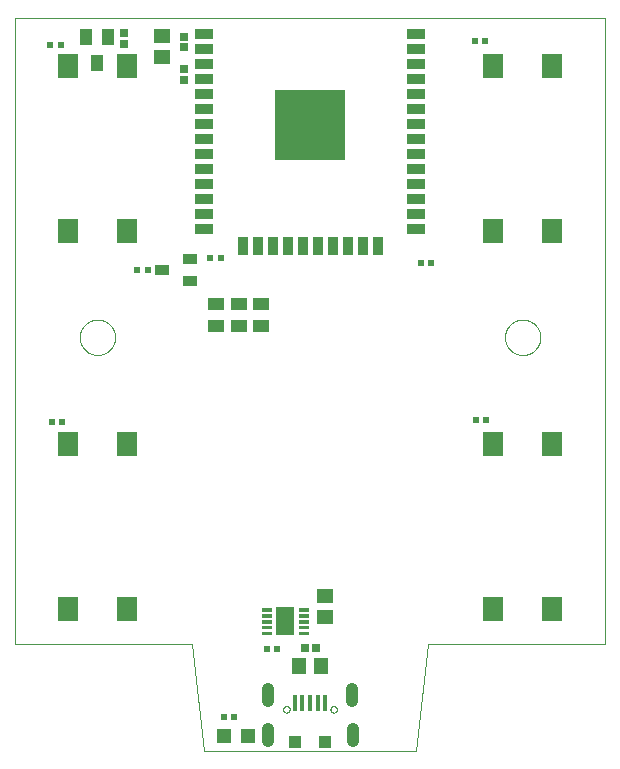
<source format=gtp>
G75*
%MOIN*%
%OFA0B0*%
%FSLAX25Y25*%
%IPPOS*%
%LPD*%
%AMOC8*
5,1,8,0,0,1.08239X$1,22.5*
%
%ADD10C,0.00000*%
%ADD11R,0.04528X0.05709*%
%ADD12R,0.02559X0.02559*%
%ADD13R,0.05709X0.04528*%
%ADD14R,0.06496X0.09370*%
%ADD15C,0.00295*%
%ADD16R,0.03937X0.05512*%
%ADD17R,0.01575X0.05512*%
%ADD18R,0.03937X0.04331*%
%ADD19C,0.03937*%
%ADD20R,0.04724X0.04724*%
%ADD21R,0.04724X0.03543*%
%ADD22R,0.02362X0.02362*%
%ADD23R,0.05512X0.04134*%
%ADD24R,0.07087X0.07874*%
%ADD25R,0.05906X0.03543*%
%ADD26R,0.03543X0.05906*%
%ADD27R,0.23622X0.23622*%
D10*
X0041330Y0043060D02*
X0100385Y0043060D01*
X0104322Y0007627D01*
X0175188Y0007627D01*
X0179125Y0043060D01*
X0238180Y0043060D01*
X0238180Y0251722D01*
X0041330Y0251722D01*
X0041330Y0043060D01*
X0062983Y0145423D02*
X0062985Y0145576D01*
X0062991Y0145730D01*
X0063001Y0145883D01*
X0063015Y0146035D01*
X0063033Y0146188D01*
X0063055Y0146339D01*
X0063080Y0146490D01*
X0063110Y0146641D01*
X0063144Y0146791D01*
X0063181Y0146939D01*
X0063222Y0147087D01*
X0063267Y0147233D01*
X0063316Y0147379D01*
X0063369Y0147523D01*
X0063425Y0147665D01*
X0063485Y0147806D01*
X0063549Y0147946D01*
X0063616Y0148084D01*
X0063687Y0148220D01*
X0063762Y0148354D01*
X0063839Y0148486D01*
X0063921Y0148616D01*
X0064005Y0148744D01*
X0064093Y0148870D01*
X0064184Y0148993D01*
X0064278Y0149114D01*
X0064376Y0149232D01*
X0064476Y0149348D01*
X0064580Y0149461D01*
X0064686Y0149572D01*
X0064795Y0149680D01*
X0064907Y0149785D01*
X0065021Y0149886D01*
X0065139Y0149985D01*
X0065258Y0150081D01*
X0065380Y0150174D01*
X0065505Y0150263D01*
X0065632Y0150350D01*
X0065761Y0150432D01*
X0065892Y0150512D01*
X0066025Y0150588D01*
X0066160Y0150661D01*
X0066297Y0150730D01*
X0066436Y0150795D01*
X0066576Y0150857D01*
X0066718Y0150915D01*
X0066861Y0150970D01*
X0067006Y0151021D01*
X0067152Y0151068D01*
X0067299Y0151111D01*
X0067447Y0151150D01*
X0067596Y0151186D01*
X0067746Y0151217D01*
X0067897Y0151245D01*
X0068048Y0151269D01*
X0068201Y0151289D01*
X0068353Y0151305D01*
X0068506Y0151317D01*
X0068659Y0151325D01*
X0068812Y0151329D01*
X0068966Y0151329D01*
X0069119Y0151325D01*
X0069272Y0151317D01*
X0069425Y0151305D01*
X0069577Y0151289D01*
X0069730Y0151269D01*
X0069881Y0151245D01*
X0070032Y0151217D01*
X0070182Y0151186D01*
X0070331Y0151150D01*
X0070479Y0151111D01*
X0070626Y0151068D01*
X0070772Y0151021D01*
X0070917Y0150970D01*
X0071060Y0150915D01*
X0071202Y0150857D01*
X0071342Y0150795D01*
X0071481Y0150730D01*
X0071618Y0150661D01*
X0071753Y0150588D01*
X0071886Y0150512D01*
X0072017Y0150432D01*
X0072146Y0150350D01*
X0072273Y0150263D01*
X0072398Y0150174D01*
X0072520Y0150081D01*
X0072639Y0149985D01*
X0072757Y0149886D01*
X0072871Y0149785D01*
X0072983Y0149680D01*
X0073092Y0149572D01*
X0073198Y0149461D01*
X0073302Y0149348D01*
X0073402Y0149232D01*
X0073500Y0149114D01*
X0073594Y0148993D01*
X0073685Y0148870D01*
X0073773Y0148744D01*
X0073857Y0148616D01*
X0073939Y0148486D01*
X0074016Y0148354D01*
X0074091Y0148220D01*
X0074162Y0148084D01*
X0074229Y0147946D01*
X0074293Y0147806D01*
X0074353Y0147665D01*
X0074409Y0147523D01*
X0074462Y0147379D01*
X0074511Y0147233D01*
X0074556Y0147087D01*
X0074597Y0146939D01*
X0074634Y0146791D01*
X0074668Y0146641D01*
X0074698Y0146490D01*
X0074723Y0146339D01*
X0074745Y0146188D01*
X0074763Y0146035D01*
X0074777Y0145883D01*
X0074787Y0145730D01*
X0074793Y0145576D01*
X0074795Y0145423D01*
X0074793Y0145270D01*
X0074787Y0145116D01*
X0074777Y0144963D01*
X0074763Y0144811D01*
X0074745Y0144658D01*
X0074723Y0144507D01*
X0074698Y0144356D01*
X0074668Y0144205D01*
X0074634Y0144055D01*
X0074597Y0143907D01*
X0074556Y0143759D01*
X0074511Y0143613D01*
X0074462Y0143467D01*
X0074409Y0143323D01*
X0074353Y0143181D01*
X0074293Y0143040D01*
X0074229Y0142900D01*
X0074162Y0142762D01*
X0074091Y0142626D01*
X0074016Y0142492D01*
X0073939Y0142360D01*
X0073857Y0142230D01*
X0073773Y0142102D01*
X0073685Y0141976D01*
X0073594Y0141853D01*
X0073500Y0141732D01*
X0073402Y0141614D01*
X0073302Y0141498D01*
X0073198Y0141385D01*
X0073092Y0141274D01*
X0072983Y0141166D01*
X0072871Y0141061D01*
X0072757Y0140960D01*
X0072639Y0140861D01*
X0072520Y0140765D01*
X0072398Y0140672D01*
X0072273Y0140583D01*
X0072146Y0140496D01*
X0072017Y0140414D01*
X0071886Y0140334D01*
X0071753Y0140258D01*
X0071618Y0140185D01*
X0071481Y0140116D01*
X0071342Y0140051D01*
X0071202Y0139989D01*
X0071060Y0139931D01*
X0070917Y0139876D01*
X0070772Y0139825D01*
X0070626Y0139778D01*
X0070479Y0139735D01*
X0070331Y0139696D01*
X0070182Y0139660D01*
X0070032Y0139629D01*
X0069881Y0139601D01*
X0069730Y0139577D01*
X0069577Y0139557D01*
X0069425Y0139541D01*
X0069272Y0139529D01*
X0069119Y0139521D01*
X0068966Y0139517D01*
X0068812Y0139517D01*
X0068659Y0139521D01*
X0068506Y0139529D01*
X0068353Y0139541D01*
X0068201Y0139557D01*
X0068048Y0139577D01*
X0067897Y0139601D01*
X0067746Y0139629D01*
X0067596Y0139660D01*
X0067447Y0139696D01*
X0067299Y0139735D01*
X0067152Y0139778D01*
X0067006Y0139825D01*
X0066861Y0139876D01*
X0066718Y0139931D01*
X0066576Y0139989D01*
X0066436Y0140051D01*
X0066297Y0140116D01*
X0066160Y0140185D01*
X0066025Y0140258D01*
X0065892Y0140334D01*
X0065761Y0140414D01*
X0065632Y0140496D01*
X0065505Y0140583D01*
X0065380Y0140672D01*
X0065258Y0140765D01*
X0065139Y0140861D01*
X0065021Y0140960D01*
X0064907Y0141061D01*
X0064795Y0141166D01*
X0064686Y0141274D01*
X0064580Y0141385D01*
X0064476Y0141498D01*
X0064376Y0141614D01*
X0064278Y0141732D01*
X0064184Y0141853D01*
X0064093Y0141976D01*
X0064005Y0142102D01*
X0063921Y0142230D01*
X0063839Y0142360D01*
X0063762Y0142492D01*
X0063687Y0142626D01*
X0063616Y0142762D01*
X0063549Y0142900D01*
X0063485Y0143040D01*
X0063425Y0143181D01*
X0063369Y0143323D01*
X0063316Y0143467D01*
X0063267Y0143613D01*
X0063222Y0143759D01*
X0063181Y0143907D01*
X0063144Y0144055D01*
X0063110Y0144205D01*
X0063080Y0144356D01*
X0063055Y0144507D01*
X0063033Y0144658D01*
X0063015Y0144811D01*
X0063001Y0144963D01*
X0062991Y0145116D01*
X0062985Y0145270D01*
X0062983Y0145423D01*
X0130798Y0021407D02*
X0130800Y0021472D01*
X0130806Y0021538D01*
X0130816Y0021602D01*
X0130829Y0021666D01*
X0130847Y0021729D01*
X0130868Y0021791D01*
X0130893Y0021851D01*
X0130922Y0021910D01*
X0130954Y0021967D01*
X0130990Y0022022D01*
X0131028Y0022075D01*
X0131070Y0022125D01*
X0131115Y0022173D01*
X0131163Y0022218D01*
X0131213Y0022260D01*
X0131266Y0022298D01*
X0131321Y0022334D01*
X0131378Y0022366D01*
X0131437Y0022395D01*
X0131497Y0022420D01*
X0131559Y0022441D01*
X0131622Y0022459D01*
X0131686Y0022472D01*
X0131750Y0022482D01*
X0131816Y0022488D01*
X0131881Y0022490D01*
X0131946Y0022488D01*
X0132012Y0022482D01*
X0132076Y0022472D01*
X0132140Y0022459D01*
X0132203Y0022441D01*
X0132265Y0022420D01*
X0132325Y0022395D01*
X0132384Y0022366D01*
X0132441Y0022334D01*
X0132496Y0022298D01*
X0132549Y0022260D01*
X0132599Y0022218D01*
X0132647Y0022173D01*
X0132692Y0022125D01*
X0132734Y0022075D01*
X0132772Y0022022D01*
X0132808Y0021967D01*
X0132840Y0021910D01*
X0132869Y0021851D01*
X0132894Y0021791D01*
X0132915Y0021729D01*
X0132933Y0021666D01*
X0132946Y0021602D01*
X0132956Y0021538D01*
X0132962Y0021472D01*
X0132964Y0021407D01*
X0132962Y0021342D01*
X0132956Y0021276D01*
X0132946Y0021212D01*
X0132933Y0021148D01*
X0132915Y0021085D01*
X0132894Y0021023D01*
X0132869Y0020963D01*
X0132840Y0020904D01*
X0132808Y0020847D01*
X0132772Y0020792D01*
X0132734Y0020739D01*
X0132692Y0020689D01*
X0132647Y0020641D01*
X0132599Y0020596D01*
X0132549Y0020554D01*
X0132496Y0020516D01*
X0132441Y0020480D01*
X0132384Y0020448D01*
X0132325Y0020419D01*
X0132265Y0020394D01*
X0132203Y0020373D01*
X0132140Y0020355D01*
X0132076Y0020342D01*
X0132012Y0020332D01*
X0131946Y0020326D01*
X0131881Y0020324D01*
X0131816Y0020326D01*
X0131750Y0020332D01*
X0131686Y0020342D01*
X0131622Y0020355D01*
X0131559Y0020373D01*
X0131497Y0020394D01*
X0131437Y0020419D01*
X0131378Y0020448D01*
X0131321Y0020480D01*
X0131266Y0020516D01*
X0131213Y0020554D01*
X0131163Y0020596D01*
X0131115Y0020641D01*
X0131070Y0020689D01*
X0131028Y0020739D01*
X0130990Y0020792D01*
X0130954Y0020847D01*
X0130922Y0020904D01*
X0130893Y0020963D01*
X0130868Y0021023D01*
X0130847Y0021085D01*
X0130829Y0021148D01*
X0130816Y0021212D01*
X0130806Y0021276D01*
X0130800Y0021342D01*
X0130798Y0021407D01*
X0146546Y0021407D02*
X0146548Y0021472D01*
X0146554Y0021538D01*
X0146564Y0021602D01*
X0146577Y0021666D01*
X0146595Y0021729D01*
X0146616Y0021791D01*
X0146641Y0021851D01*
X0146670Y0021910D01*
X0146702Y0021967D01*
X0146738Y0022022D01*
X0146776Y0022075D01*
X0146818Y0022125D01*
X0146863Y0022173D01*
X0146911Y0022218D01*
X0146961Y0022260D01*
X0147014Y0022298D01*
X0147069Y0022334D01*
X0147126Y0022366D01*
X0147185Y0022395D01*
X0147245Y0022420D01*
X0147307Y0022441D01*
X0147370Y0022459D01*
X0147434Y0022472D01*
X0147498Y0022482D01*
X0147564Y0022488D01*
X0147629Y0022490D01*
X0147694Y0022488D01*
X0147760Y0022482D01*
X0147824Y0022472D01*
X0147888Y0022459D01*
X0147951Y0022441D01*
X0148013Y0022420D01*
X0148073Y0022395D01*
X0148132Y0022366D01*
X0148189Y0022334D01*
X0148244Y0022298D01*
X0148297Y0022260D01*
X0148347Y0022218D01*
X0148395Y0022173D01*
X0148440Y0022125D01*
X0148482Y0022075D01*
X0148520Y0022022D01*
X0148556Y0021967D01*
X0148588Y0021910D01*
X0148617Y0021851D01*
X0148642Y0021791D01*
X0148663Y0021729D01*
X0148681Y0021666D01*
X0148694Y0021602D01*
X0148704Y0021538D01*
X0148710Y0021472D01*
X0148712Y0021407D01*
X0148710Y0021342D01*
X0148704Y0021276D01*
X0148694Y0021212D01*
X0148681Y0021148D01*
X0148663Y0021085D01*
X0148642Y0021023D01*
X0148617Y0020963D01*
X0148588Y0020904D01*
X0148556Y0020847D01*
X0148520Y0020792D01*
X0148482Y0020739D01*
X0148440Y0020689D01*
X0148395Y0020641D01*
X0148347Y0020596D01*
X0148297Y0020554D01*
X0148244Y0020516D01*
X0148189Y0020480D01*
X0148132Y0020448D01*
X0148073Y0020419D01*
X0148013Y0020394D01*
X0147951Y0020373D01*
X0147888Y0020355D01*
X0147824Y0020342D01*
X0147760Y0020332D01*
X0147694Y0020326D01*
X0147629Y0020324D01*
X0147564Y0020326D01*
X0147498Y0020332D01*
X0147434Y0020342D01*
X0147370Y0020355D01*
X0147307Y0020373D01*
X0147245Y0020394D01*
X0147185Y0020419D01*
X0147126Y0020448D01*
X0147069Y0020480D01*
X0147014Y0020516D01*
X0146961Y0020554D01*
X0146911Y0020596D01*
X0146863Y0020641D01*
X0146818Y0020689D01*
X0146776Y0020739D01*
X0146738Y0020792D01*
X0146702Y0020847D01*
X0146670Y0020904D01*
X0146641Y0020963D01*
X0146616Y0021023D01*
X0146595Y0021085D01*
X0146577Y0021148D01*
X0146564Y0021212D01*
X0146554Y0021276D01*
X0146548Y0021342D01*
X0146546Y0021407D01*
X0204715Y0145423D02*
X0204717Y0145576D01*
X0204723Y0145730D01*
X0204733Y0145883D01*
X0204747Y0146035D01*
X0204765Y0146188D01*
X0204787Y0146339D01*
X0204812Y0146490D01*
X0204842Y0146641D01*
X0204876Y0146791D01*
X0204913Y0146939D01*
X0204954Y0147087D01*
X0204999Y0147233D01*
X0205048Y0147379D01*
X0205101Y0147523D01*
X0205157Y0147665D01*
X0205217Y0147806D01*
X0205281Y0147946D01*
X0205348Y0148084D01*
X0205419Y0148220D01*
X0205494Y0148354D01*
X0205571Y0148486D01*
X0205653Y0148616D01*
X0205737Y0148744D01*
X0205825Y0148870D01*
X0205916Y0148993D01*
X0206010Y0149114D01*
X0206108Y0149232D01*
X0206208Y0149348D01*
X0206312Y0149461D01*
X0206418Y0149572D01*
X0206527Y0149680D01*
X0206639Y0149785D01*
X0206753Y0149886D01*
X0206871Y0149985D01*
X0206990Y0150081D01*
X0207112Y0150174D01*
X0207237Y0150263D01*
X0207364Y0150350D01*
X0207493Y0150432D01*
X0207624Y0150512D01*
X0207757Y0150588D01*
X0207892Y0150661D01*
X0208029Y0150730D01*
X0208168Y0150795D01*
X0208308Y0150857D01*
X0208450Y0150915D01*
X0208593Y0150970D01*
X0208738Y0151021D01*
X0208884Y0151068D01*
X0209031Y0151111D01*
X0209179Y0151150D01*
X0209328Y0151186D01*
X0209478Y0151217D01*
X0209629Y0151245D01*
X0209780Y0151269D01*
X0209933Y0151289D01*
X0210085Y0151305D01*
X0210238Y0151317D01*
X0210391Y0151325D01*
X0210544Y0151329D01*
X0210698Y0151329D01*
X0210851Y0151325D01*
X0211004Y0151317D01*
X0211157Y0151305D01*
X0211309Y0151289D01*
X0211462Y0151269D01*
X0211613Y0151245D01*
X0211764Y0151217D01*
X0211914Y0151186D01*
X0212063Y0151150D01*
X0212211Y0151111D01*
X0212358Y0151068D01*
X0212504Y0151021D01*
X0212649Y0150970D01*
X0212792Y0150915D01*
X0212934Y0150857D01*
X0213074Y0150795D01*
X0213213Y0150730D01*
X0213350Y0150661D01*
X0213485Y0150588D01*
X0213618Y0150512D01*
X0213749Y0150432D01*
X0213878Y0150350D01*
X0214005Y0150263D01*
X0214130Y0150174D01*
X0214252Y0150081D01*
X0214371Y0149985D01*
X0214489Y0149886D01*
X0214603Y0149785D01*
X0214715Y0149680D01*
X0214824Y0149572D01*
X0214930Y0149461D01*
X0215034Y0149348D01*
X0215134Y0149232D01*
X0215232Y0149114D01*
X0215326Y0148993D01*
X0215417Y0148870D01*
X0215505Y0148744D01*
X0215589Y0148616D01*
X0215671Y0148486D01*
X0215748Y0148354D01*
X0215823Y0148220D01*
X0215894Y0148084D01*
X0215961Y0147946D01*
X0216025Y0147806D01*
X0216085Y0147665D01*
X0216141Y0147523D01*
X0216194Y0147379D01*
X0216243Y0147233D01*
X0216288Y0147087D01*
X0216329Y0146939D01*
X0216366Y0146791D01*
X0216400Y0146641D01*
X0216430Y0146490D01*
X0216455Y0146339D01*
X0216477Y0146188D01*
X0216495Y0146035D01*
X0216509Y0145883D01*
X0216519Y0145730D01*
X0216525Y0145576D01*
X0216527Y0145423D01*
X0216525Y0145270D01*
X0216519Y0145116D01*
X0216509Y0144963D01*
X0216495Y0144811D01*
X0216477Y0144658D01*
X0216455Y0144507D01*
X0216430Y0144356D01*
X0216400Y0144205D01*
X0216366Y0144055D01*
X0216329Y0143907D01*
X0216288Y0143759D01*
X0216243Y0143613D01*
X0216194Y0143467D01*
X0216141Y0143323D01*
X0216085Y0143181D01*
X0216025Y0143040D01*
X0215961Y0142900D01*
X0215894Y0142762D01*
X0215823Y0142626D01*
X0215748Y0142492D01*
X0215671Y0142360D01*
X0215589Y0142230D01*
X0215505Y0142102D01*
X0215417Y0141976D01*
X0215326Y0141853D01*
X0215232Y0141732D01*
X0215134Y0141614D01*
X0215034Y0141498D01*
X0214930Y0141385D01*
X0214824Y0141274D01*
X0214715Y0141166D01*
X0214603Y0141061D01*
X0214489Y0140960D01*
X0214371Y0140861D01*
X0214252Y0140765D01*
X0214130Y0140672D01*
X0214005Y0140583D01*
X0213878Y0140496D01*
X0213749Y0140414D01*
X0213618Y0140334D01*
X0213485Y0140258D01*
X0213350Y0140185D01*
X0213213Y0140116D01*
X0213074Y0140051D01*
X0212934Y0139989D01*
X0212792Y0139931D01*
X0212649Y0139876D01*
X0212504Y0139825D01*
X0212358Y0139778D01*
X0212211Y0139735D01*
X0212063Y0139696D01*
X0211914Y0139660D01*
X0211764Y0139629D01*
X0211613Y0139601D01*
X0211462Y0139577D01*
X0211309Y0139557D01*
X0211157Y0139541D01*
X0211004Y0139529D01*
X0210851Y0139521D01*
X0210698Y0139517D01*
X0210544Y0139517D01*
X0210391Y0139521D01*
X0210238Y0139529D01*
X0210085Y0139541D01*
X0209933Y0139557D01*
X0209780Y0139577D01*
X0209629Y0139601D01*
X0209478Y0139629D01*
X0209328Y0139660D01*
X0209179Y0139696D01*
X0209031Y0139735D01*
X0208884Y0139778D01*
X0208738Y0139825D01*
X0208593Y0139876D01*
X0208450Y0139931D01*
X0208308Y0139989D01*
X0208168Y0140051D01*
X0208029Y0140116D01*
X0207892Y0140185D01*
X0207757Y0140258D01*
X0207624Y0140334D01*
X0207493Y0140414D01*
X0207364Y0140496D01*
X0207237Y0140583D01*
X0207112Y0140672D01*
X0206990Y0140765D01*
X0206871Y0140861D01*
X0206753Y0140960D01*
X0206639Y0141061D01*
X0206527Y0141166D01*
X0206418Y0141274D01*
X0206312Y0141385D01*
X0206208Y0141498D01*
X0206108Y0141614D01*
X0206010Y0141732D01*
X0205916Y0141853D01*
X0205825Y0141976D01*
X0205737Y0142102D01*
X0205653Y0142230D01*
X0205571Y0142360D01*
X0205494Y0142492D01*
X0205419Y0142626D01*
X0205348Y0142762D01*
X0205281Y0142900D01*
X0205217Y0143040D01*
X0205157Y0143181D01*
X0205101Y0143323D01*
X0205048Y0143467D01*
X0204999Y0143613D01*
X0204954Y0143759D01*
X0204913Y0143907D01*
X0204876Y0144055D01*
X0204842Y0144205D01*
X0204812Y0144356D01*
X0204787Y0144507D01*
X0204765Y0144658D01*
X0204747Y0144811D01*
X0204733Y0144963D01*
X0204723Y0145116D01*
X0204717Y0145270D01*
X0204715Y0145423D01*
D11*
X0143318Y0035797D03*
X0136231Y0035797D03*
D12*
X0138042Y0041919D03*
X0141586Y0041919D03*
X0097786Y0231308D03*
X0097786Y0234852D03*
X0097786Y0242135D03*
X0097786Y0245678D03*
X0077806Y0246860D03*
X0077806Y0243316D03*
D13*
X0090247Y0246013D03*
X0090247Y0238927D03*
X0144617Y0059340D03*
X0144617Y0052253D03*
D14*
X0131428Y0050777D03*
D15*
X0139056Y0051220D02*
X0139056Y0050334D01*
X0136004Y0050334D01*
X0136004Y0051220D01*
X0139056Y0051220D01*
X0139056Y0050628D02*
X0136004Y0050628D01*
X0136004Y0050922D02*
X0139056Y0050922D01*
X0139056Y0051216D02*
X0136004Y0051216D01*
X0139056Y0052302D02*
X0139056Y0053188D01*
X0139056Y0052302D02*
X0136004Y0052302D01*
X0136004Y0053188D01*
X0139056Y0053188D01*
X0139056Y0052596D02*
X0136004Y0052596D01*
X0136004Y0052890D02*
X0139056Y0052890D01*
X0139056Y0053184D02*
X0136004Y0053184D01*
X0139056Y0054271D02*
X0139056Y0055157D01*
X0139056Y0054271D02*
X0136004Y0054271D01*
X0136004Y0055157D01*
X0139056Y0055157D01*
X0139056Y0054565D02*
X0136004Y0054565D01*
X0136004Y0054859D02*
X0139056Y0054859D01*
X0139056Y0055153D02*
X0136004Y0055153D01*
X0139056Y0049251D02*
X0139056Y0048365D01*
X0136004Y0048365D01*
X0136004Y0049251D01*
X0139056Y0049251D01*
X0139056Y0048659D02*
X0136004Y0048659D01*
X0136004Y0048953D02*
X0139056Y0048953D01*
X0139056Y0049247D02*
X0136004Y0049247D01*
X0139056Y0047283D02*
X0139056Y0046397D01*
X0136004Y0046397D01*
X0136004Y0047283D01*
X0139056Y0047283D01*
X0139056Y0046691D02*
X0136004Y0046691D01*
X0136004Y0046985D02*
X0139056Y0046985D01*
X0139056Y0047279D02*
X0136004Y0047279D01*
X0126852Y0047283D02*
X0126852Y0046397D01*
X0123800Y0046397D01*
X0123800Y0047283D01*
X0126852Y0047283D01*
X0126852Y0046691D02*
X0123800Y0046691D01*
X0123800Y0046985D02*
X0126852Y0046985D01*
X0126852Y0047279D02*
X0123800Y0047279D01*
X0126852Y0048365D02*
X0126852Y0049251D01*
X0126852Y0048365D02*
X0123800Y0048365D01*
X0123800Y0049251D01*
X0126852Y0049251D01*
X0126852Y0048659D02*
X0123800Y0048659D01*
X0123800Y0048953D02*
X0126852Y0048953D01*
X0126852Y0049247D02*
X0123800Y0049247D01*
X0126852Y0050334D02*
X0126852Y0051220D01*
X0126852Y0050334D02*
X0123800Y0050334D01*
X0123800Y0051220D01*
X0126852Y0051220D01*
X0126852Y0050628D02*
X0123800Y0050628D01*
X0123800Y0050922D02*
X0126852Y0050922D01*
X0126852Y0051216D02*
X0123800Y0051216D01*
X0126852Y0052302D02*
X0126852Y0053188D01*
X0126852Y0052302D02*
X0123800Y0052302D01*
X0123800Y0053188D01*
X0126852Y0053188D01*
X0126852Y0052596D02*
X0123800Y0052596D01*
X0123800Y0052890D02*
X0126852Y0052890D01*
X0126852Y0053184D02*
X0123800Y0053184D01*
X0126852Y0054271D02*
X0126852Y0055157D01*
X0126852Y0054271D02*
X0123800Y0054271D01*
X0123800Y0055157D01*
X0126852Y0055157D01*
X0126852Y0054565D02*
X0123800Y0054565D01*
X0123800Y0054859D02*
X0126852Y0054859D01*
X0126852Y0055153D02*
X0123800Y0055153D01*
D16*
X0068830Y0236801D03*
X0072570Y0245462D03*
X0065089Y0245462D03*
D17*
X0134637Y0023375D03*
X0137196Y0023375D03*
X0139755Y0023375D03*
X0142314Y0023375D03*
X0144873Y0023375D03*
D18*
X0144660Y0010415D03*
X0134849Y0010415D03*
D19*
X0125582Y0010934D02*
X0125582Y0014950D01*
X0125582Y0024320D02*
X0125582Y0028336D01*
X0153889Y0028336D02*
X0153889Y0024320D01*
X0153928Y0014950D02*
X0153928Y0010934D01*
D20*
X0119223Y0012667D03*
X0110956Y0012667D03*
D21*
X0099834Y0164202D03*
X0099834Y0171682D03*
X0090385Y0167942D03*
D22*
X0085759Y0167923D03*
X0082215Y0167923D03*
X0106546Y0171761D03*
X0110089Y0171761D03*
X0057215Y0117312D03*
X0053672Y0117312D03*
X0125326Y0041545D03*
X0128869Y0041545D03*
X0114479Y0018907D03*
X0110936Y0018907D03*
X0194971Y0118001D03*
X0198515Y0118001D03*
X0180188Y0170167D03*
X0176645Y0170167D03*
X0194597Y0244182D03*
X0198141Y0244182D03*
X0056763Y0242804D03*
X0053219Y0242804D03*
D23*
X0108554Y0156643D03*
X0108554Y0149163D03*
X0116034Y0149163D03*
X0116034Y0156643D03*
X0123515Y0156643D03*
X0123515Y0149163D03*
D24*
X0078731Y0180856D03*
X0059046Y0180856D03*
X0059046Y0235974D03*
X0078731Y0235974D03*
X0078731Y0109989D03*
X0059046Y0109989D03*
X0059046Y0054871D03*
X0078731Y0054871D03*
X0200778Y0054871D03*
X0220463Y0054871D03*
X0220463Y0109989D03*
X0200778Y0109989D03*
X0200778Y0180856D03*
X0220463Y0180856D03*
X0220463Y0235974D03*
X0200778Y0235974D03*
D25*
X0175188Y0236604D03*
X0175188Y0241604D03*
X0175188Y0246604D03*
X0175188Y0231604D03*
X0175188Y0226604D03*
X0175188Y0221604D03*
X0175188Y0216604D03*
X0175188Y0211604D03*
X0175188Y0206604D03*
X0175188Y0201604D03*
X0175188Y0196604D03*
X0175188Y0191604D03*
X0175188Y0186604D03*
X0175188Y0181604D03*
X0104322Y0181604D03*
X0104322Y0186604D03*
X0104322Y0191604D03*
X0104322Y0196604D03*
X0104322Y0201604D03*
X0104322Y0206604D03*
X0104322Y0211604D03*
X0104322Y0216604D03*
X0104322Y0221604D03*
X0104322Y0226604D03*
X0104322Y0231604D03*
X0104322Y0236604D03*
X0104322Y0241604D03*
X0104322Y0246604D03*
D26*
X0117255Y0175738D03*
X0122255Y0175738D03*
X0127255Y0175738D03*
X0132255Y0175738D03*
X0137255Y0175738D03*
X0142255Y0175738D03*
X0147255Y0175738D03*
X0152255Y0175738D03*
X0157255Y0175738D03*
X0162255Y0175738D03*
D27*
X0139755Y0216289D03*
M02*

</source>
